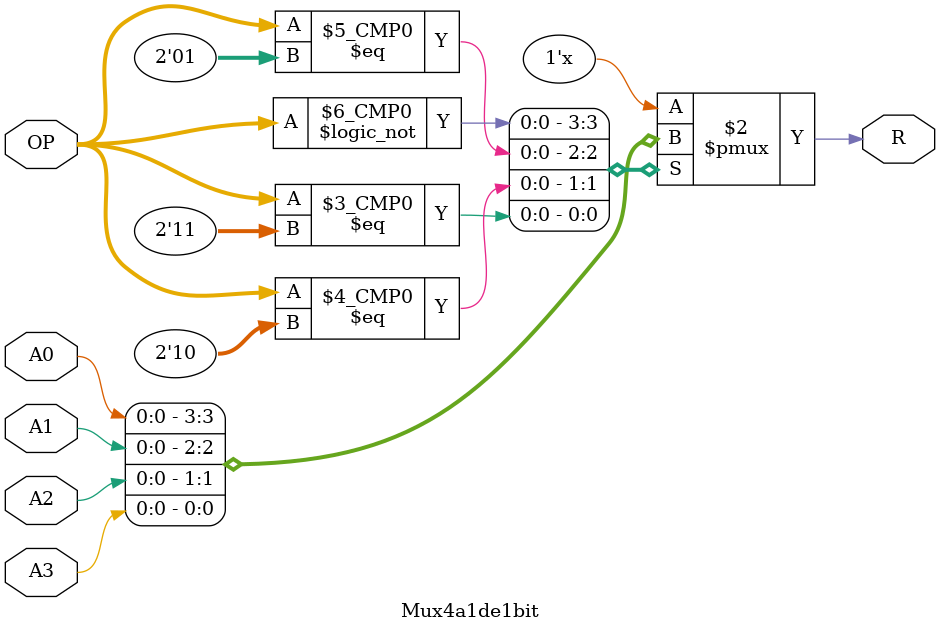
<source format=v>
`timescale 1ns / 1ps

module Mux4a1de1bit(A0,A1,A2,A3,OP,R);
	input A0,A1,A2,A3;
	input [1:0] OP;
	output reg R;
	
	always @(A0 or A1 or A2 or A3 or OP)
		case (OP)
			2'b00: R=A0;
			2'b01: R=A1;
			2'b10: R=A2;
			2'b11: R=A3;
		endcase

endmodule

</source>
